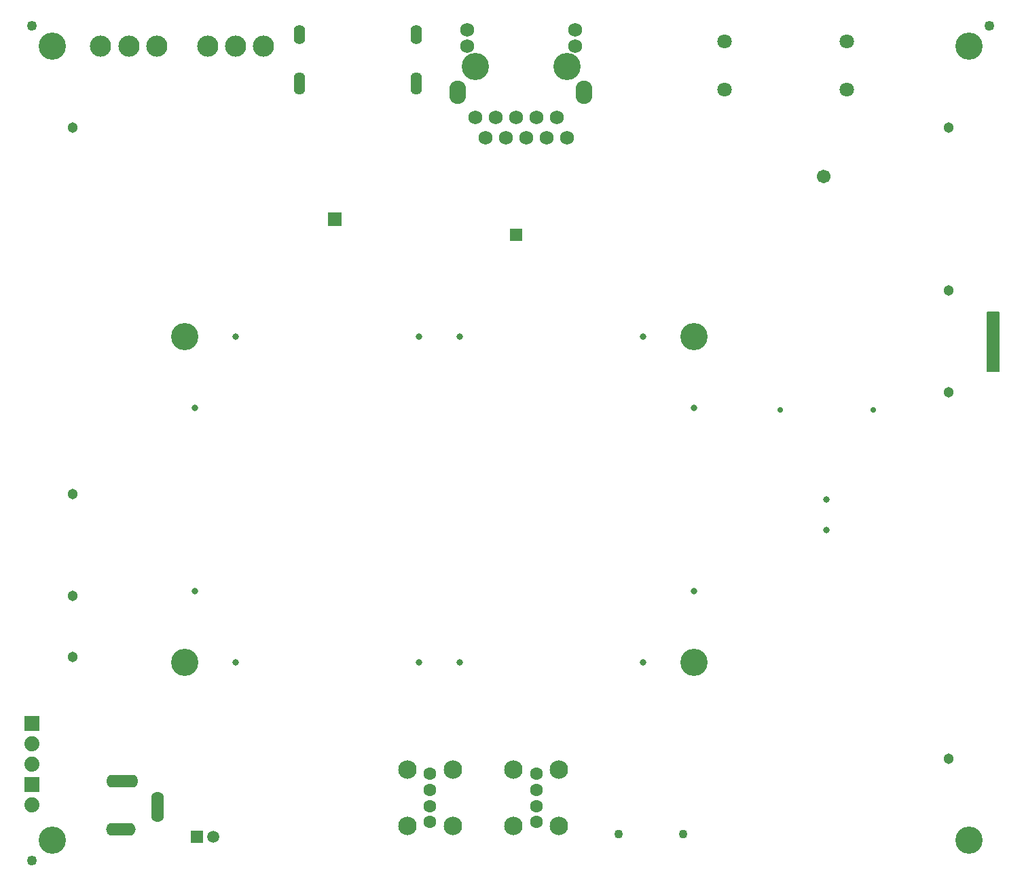
<source format=gbr>
G04 #@! TF.GenerationSoftware,KiCad,Pcbnew,5.1.0-rc2-unknown-036be7d~80~ubuntu16.04.1*
G04 #@! TF.CreationDate,2023-04-10T13:57:59+03:00*
G04 #@! TF.ProjectId,STMP15x-BASE-SOM-EVB_Rev_B,53544d50-3135-4782-9d42-4153452d534f,B*
G04 #@! TF.SameCoordinates,Original*
G04 #@! TF.FileFunction,Soldermask,Bot*
G04 #@! TF.FilePolarity,Negative*
%FSLAX46Y46*%
G04 Gerber Fmt 4.6, Leading zero omitted, Abs format (unit mm)*
G04 Created by KiCad (PCBNEW 5.1.0-rc2-unknown-036be7d~80~ubuntu16.04.1) date 2023-04-10 13:57:59*
%MOMM*%
%LPD*%
G04 APERTURE LIST*
%ADD10C,1.101600*%
%ADD11C,0.801600*%
%ADD12C,1.601600*%
%ADD13C,2.301600*%
%ADD14R,1.501600X1.501600*%
%ADD15C,1.501600*%
%ADD16O,1.601600X3.801600*%
%ADD17O,3.701600X1.601600*%
%ADD18O,4.001600X1.601600*%
%ADD19C,1.879600*%
%ADD20R,1.879600X1.879600*%
%ADD21C,2.641600*%
%ADD22R,1.701600X1.701600*%
%ADD23C,3.401600*%
%ADD24O,2.101600X2.901600*%
%ADD25C,1.751600*%
%ADD26R,1.524000X1.524000*%
%ADD27C,1.801600*%
%ADD28C,0.701600*%
%ADD29O,1.401600X2.401600*%
%ADD30O,1.401600X2.801600*%
%ADD31C,1.254000*%
%ADD32C,1.301600*%
%ADD33C,3.401601*%
%ADD34C,1.701600*%
%ADD35C,0.203200*%
G04 APERTURE END LIST*
D10*
X158623000Y-140157200D03*
X150622000Y-140157200D03*
D11*
X176530000Y-102235000D03*
X176530000Y-98425000D03*
D12*
X140335000Y-132658600D03*
X140335000Y-134658600D03*
X140335000Y-136658600D03*
X140335000Y-138658600D03*
D13*
X143185000Y-139158600D03*
X137485000Y-139158600D03*
X143185000Y-132158600D03*
X137485000Y-132158600D03*
D12*
X127101600Y-132658601D03*
X127101600Y-134658601D03*
X127101600Y-136658601D03*
X127101600Y-138658601D03*
D13*
X129951600Y-139158601D03*
X124251600Y-139158601D03*
X129951600Y-132158601D03*
X124251600Y-132158601D03*
D14*
X98051620Y-140484860D03*
D15*
X100063300Y-140482320D03*
D16*
X93171999Y-136800000D03*
D17*
X88571999Y-139546000D03*
D18*
X88721999Y-133546000D03*
D19*
X77470000Y-136525000D03*
D20*
X77470000Y-133985000D03*
D19*
X77470000Y-131445000D03*
X77470000Y-128905000D03*
D20*
X77470000Y-126365000D03*
D21*
X93035000Y-41910000D03*
X86035000Y-41910000D03*
X89535000Y-41910000D03*
X106370000Y-41910000D03*
X99370000Y-41910000D03*
X102870000Y-41910000D03*
D22*
X115189000Y-63500000D03*
D23*
X144145000Y-44450000D03*
X132715000Y-44450000D03*
D24*
X146330000Y-47650000D03*
X130530000Y-47650000D03*
D25*
X145161000Y-39878000D03*
X145161000Y-41910000D03*
X131699000Y-39878000D03*
X131699000Y-41910000D03*
X144145000Y-53340000D03*
X142875000Y-50800000D03*
X141605000Y-53340000D03*
X140335000Y-50800000D03*
X139065000Y-53340000D03*
X137795000Y-50800000D03*
X136525000Y-53340000D03*
X135255000Y-50800000D03*
X133985000Y-53340000D03*
X132715000Y-50800000D03*
D26*
X137795000Y-65430400D03*
D27*
X163830000Y-47275000D03*
X163830000Y-41275000D03*
X179070000Y-47275000D03*
X179070000Y-41275000D03*
D28*
X170730000Y-87225000D03*
X182330000Y-87225000D03*
D11*
X160020000Y-109855000D03*
X160020000Y-86995000D03*
D29*
X125410000Y-40460000D03*
X110810000Y-40460000D03*
D30*
X110810000Y-46510000D03*
X125410000Y-46510000D03*
D31*
X77470000Y-143510000D03*
X77470000Y-39370000D03*
X196850000Y-39370000D03*
D32*
X191770000Y-85090000D03*
X191770000Y-130810000D03*
X191770000Y-52070000D03*
X191770000Y-72390000D03*
D11*
X97790000Y-109855000D03*
X97790000Y-86995000D03*
X102870000Y-118745000D03*
X125730000Y-118745000D03*
X153670000Y-118745000D03*
X130810000Y-118745000D03*
X130810000Y-78105000D03*
X153670000Y-78105000D03*
X102870000Y-78105000D03*
X125730000Y-78105000D03*
D32*
X82550000Y-52070000D03*
X82550000Y-97790000D03*
D33*
X96520000Y-118745000D03*
X160020000Y-118745000D03*
X160020000Y-78105000D03*
X96520000Y-78105000D03*
X80010000Y-140970000D03*
X194310000Y-140970000D03*
X194310000Y-41910000D03*
X80010000Y-41910000D03*
D34*
X176149000Y-58166000D03*
D32*
X82550000Y-118110000D03*
X82550000Y-110490000D03*
D35*
G36*
X198018400Y-82448400D02*
G01*
X196570600Y-82448400D01*
X196570600Y-75031600D01*
X198018400Y-75031600D01*
X198018400Y-82448400D01*
X198018400Y-82448400D01*
G37*
X198018400Y-82448400D02*
X196570600Y-82448400D01*
X196570600Y-75031600D01*
X198018400Y-75031600D01*
X198018400Y-82448400D01*
M02*

</source>
